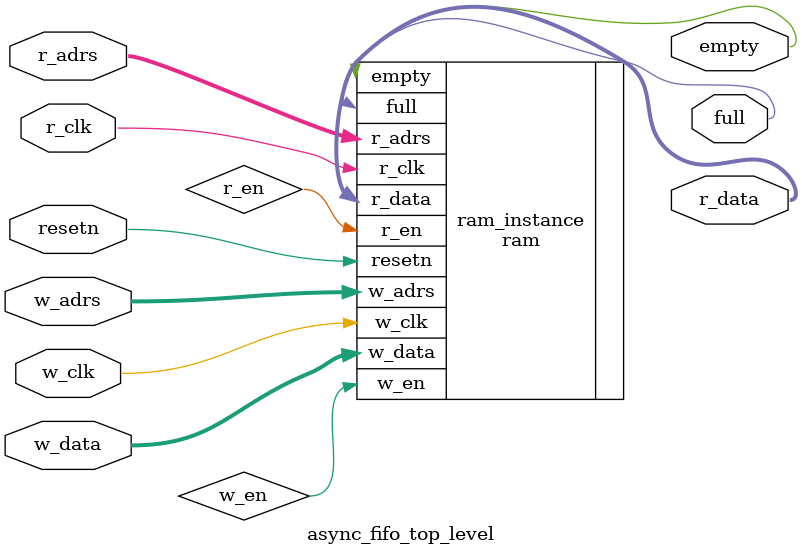
<source format=v>
module async_fifo_top_level #(parameter DATA_WIDTH = 31, MEM_DEPTH=8, PTR_SIZE=8)(
	input w_clk,
	input r_clk,
	input resetn,
	input [DATA_WIDTH-1:0] w_data,
	input [MEM_DEPTH-1:0] r_adrs,
	input [MEM_DEPTH-1:0] w_adrs,
	output reg [DATA_WIDTH:0] r_data,
	output reg full,
	output reg empty
	
);
	wire [PTR_SIZE - 1: 0] r_ptr;
	wire [PTR_SIZE - 1: 0] w_ptr;
	wire [PTR_SIZE - 1: 0] gray_ptr;
	wire [PTR_SIZE - 1: 0] bin_ptr;
	
	binary_to_gray binary_to_gray_instance(
        .bin(w_ptr),
        .gray(gray)
    );
    
	gray_to_binary gray_to_binary_instance(
	    .gray(gray_ptr),
	    .bin(bin)
	);
	
	ram #(
	    .MEM_WIDTH(DATA_WIDTH),
	    .MEM_DEPTH(MEM_DEPTH)
	) ram_instance(
	    .w_clk(w_clk),
	    .r_clk(r_clk),
	    .resetn(resetn),
	    .w_en(w_en),
	    .r_en(r_en),
	    .full(full),
	    .empty(empty),
	    .w_adrs(w_adrs),
	    .r_adrs(r_adrs),
	    .w_data(w_data),
	    .r_data(r_data)
	);
	
endmodule

</source>
